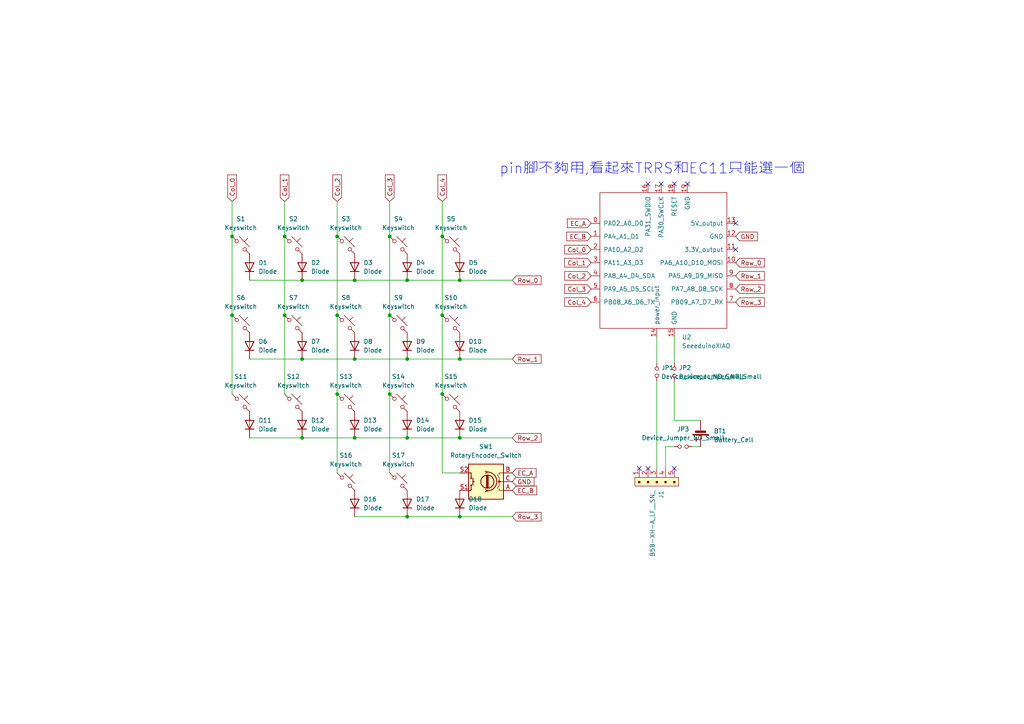
<source format=kicad_sch>
(kicad_sch (version 20230121) (generator eeschema)
  (paper "A4")
  (lib_symbols
    (symbol "Device:Battery_Cell" (pin_numbers hide) (pin_names (offset 0) hide)
      (property "Reference" "BT" (at 2.54 2.54 0))
      (property "Value" "Battery_Cell" (at 2.54 0 0))
      (symbol "Battery_Cell_0_1"
        (rectangle (start -2.286 1.778) (end 2.286 1.524) (fill (type outline)))
        (rectangle (start -1.524 1.016) (end 1.524 0.508) (fill (type outline)))
        (polyline (pts (xy 0 0.762) (xy 0 0)))
        (polyline (pts (xy 0 1.778) (xy 0 2.54)))
        (polyline (pts (xy 0.762 3.048) (xy 1.778 3.048)) (stroke (width 0.254)))
        (polyline (pts (xy 1.27 3.556) (xy 1.27 2.54)) (stroke (width 0.254)))
      )
      (symbol "Battery_Cell_1_1"
        (pin passive line (at 0 5.08 270) (length 2.54) (name "+") (number "1"))
        (pin passive line (at 0 -2.54 90) (length 2.54) (name "-") (number "2"))
      )
    )
    (symbol "Device:RotaryEncoder_Switch" (pin_names (offset 0.254) hide)
      (property "Reference" "SW" (at 0 6.604 0))
      (property "Value" "RotaryEncoder_Switch" (at 0 -6.604 0))
      (symbol "RotaryEncoder_Switch_0_1"
        (rectangle (start -5.08 5.08) (end 5.08 -5.08) (stroke (width 0.254)) (fill (type background)))
        (circle (center -3.81 0) (radius 0.254) (fill (type outline)))
        (circle (center -0.381 0) (radius 1.905) (stroke (width 0.254)))
        (arc (start -0.381 2.667) (mid -3.0988 -0.0635) (end -0.381 -2.794) (stroke (width 0.254)))
        (polyline (pts (xy -0.635 -1.778) (xy -0.635 1.778)) (stroke (width 0.254)))
        (polyline (pts (xy -0.381 -1.778) (xy -0.381 1.778)) (stroke (width 0.254)))
        (polyline (pts (xy -0.127 1.778) (xy -0.127 -1.778)) (stroke (width 0.254)))
        (polyline (pts (xy 3.81 0) (xy 3.429 0)) (stroke (width 0.254)))
        (polyline (pts (xy 3.81 1.016) (xy 3.81 -1.016)) (stroke (width 0.254)))
        (polyline (pts (xy -5.08 -2.54) (xy -3.81 -2.54) (xy -3.81 -2.032)))
        (polyline (pts (xy -5.08 2.54) (xy -3.81 2.54) (xy -3.81 2.032)))
        (polyline (pts (xy 0.254 -3.048) (xy -0.508 -2.794) (xy 0.127 -2.413)) (stroke (width 0.254)))
        (polyline (pts (xy 0.254 2.921) (xy -0.508 2.667) (xy 0.127 2.286)) (stroke (width 0.254)))
        (polyline (pts (xy 5.08 -2.54) (xy 4.318 -2.54) (xy 4.318 -1.016)) (stroke (width 0.254)))
        (polyline (pts (xy 5.08 2.54) (xy 4.318 2.54) (xy 4.318 1.016)) (stroke (width 0.254)))
        (polyline (pts (xy -5.08 0) (xy -3.81 0) (xy -3.81 -1.016) (xy -3.302 -2.032)))
        (polyline (pts (xy -4.318 0) (xy -3.81 0) (xy -3.81 1.016) (xy -3.302 2.032)))
        (circle (center 4.318 -1.016) (radius 0.127) (stroke (width 0.254)))
        (circle (center 4.318 1.016) (radius 0.127) (stroke (width 0.254)))
      )
      (symbol "RotaryEncoder_Switch_1_1"
        (pin passive line (at -7.62 2.54 0) (length 2.54) (name "A") (number "A"))
        (pin passive line (at -7.62 -2.54 0) (length 2.54) (name "B") (number "B"))
        (pin passive line (at -7.62 0 0) (length 2.54) (name "C") (number "C"))
        (pin passive line (at 7.62 2.54 180) (length 2.54) (name "S1") (number "S1"))
        (pin passive line (at 7.62 -2.54 180) (length 2.54) (name "S2") (number "S2"))
      )
    )
    (symbol "KLOTZ:Device_Jumper_NO_Small" (pin_numbers hide) (pin_names (offset 0.762) hide)
      (property "Reference" "JP" (at 0 2.032 0))
      (property "Value" "Device_Jumper_NO_Small" (at 0.254 -1.524 0))
      (symbol "Device_Jumper_NO_Small_0_1"
        (circle (center -1.016 0) (radius 0.508))
        (circle (center 1.016 0) (radius 0.508))
        (pin passive line (at -2.54 0 0) (length 1.016) (name "1") (number "1"))
        (pin passive line (at 2.54 0 180) (length 1.016) (name "2") (number "2"))
      )
    )
    (symbol "Scottokeeb:Placeholder_Diode" (pin_numbers hide) (pin_names hide)
      (property "Reference" "D" (at 0 2.54 0))
      (property "Value" "Diode" (at 0 -2.54 0))
      (symbol "Placeholder_Diode_0_1"
        (polyline (pts (xy -1.27 1.27) (xy -1.27 -1.27)) (stroke (width 0.254)))
        (polyline (pts (xy 1.27 0) (xy -1.27 0)))
        (polyline (pts (xy 1.27 1.27) (xy 1.27 -1.27) (xy -1.27 0) (xy 1.27 1.27)) (stroke (width 0.254)))
      )
      (symbol "Placeholder_Diode_1_1"
        (pin passive line (at -3.81 0 0) (length 2.54) (name "K") (number "1"))
        (pin passive line (at 3.81 0 180) (length 2.54) (name "A") (number "2"))
      )
    )
    (symbol "Scottokeeb:Placeholder_Keyswitch" (pin_numbers hide) (pin_names (offset 1.016) hide)
      (property "Reference" "S" (at 3.048 1.016 0))
      (property "Value" "Keyswitch" (at 0 -3.81 0))
      (symbol "Placeholder_Keyswitch_0_1"
        (circle (center -1.1684 1.1684) (radius 0.508))
        (polyline (pts (xy -0.508 2.54) (xy 2.54 -0.508)))
        (polyline (pts (xy 1.016 1.016) (xy 2.032 2.032)))
        (polyline (pts (xy -2.54 2.54) (xy -1.524 1.524) (xy -1.524 1.524)))
        (polyline (pts (xy 1.524 -1.524) (xy 2.54 -2.54) (xy 2.54 -2.54) (xy 2.54 -2.54)))
        (circle (center 1.143 -1.1938) (radius 0.508))
        (pin passive line (at -2.54 2.54 0) (length 0) (name "1") (number "1"))
        (pin passive line (at 2.54 -2.54 180) (length 0) (name "2") (number "2"))
      )
    )
    (symbol "Seeeduino XIAO:SeeeduinoXIAO" (pin_names (offset 1.016))
      (property "Reference" "U" (at -19.05 22.86 0))
      (property "Value" "SeeeduinoXIAO" (at -12.7 21.59 0))
      (symbol "SeeeduinoXIAO_0_1"
        (rectangle (start -19.05 20.32) (end 17.78 -19.05))
      )
      (symbol "SeeeduinoXIAO_1_1"
        (pin bidirectional line (at -21.59 11.43 0) (length 2.54) (name "PA02_A0_D0") (number "0"))
        (pin bidirectional line (at -21.59 7.62 0) (length 2.54) (name "PA4_A1_D1") (number "1"))
        (pin bidirectional line (at 20.32 0 180) (length 2.54) (name "PA6_A10_D10_MOSI") (number "10"))
        (pin power_out line (at 20.32 3.81 180) (length 2.54) (name "3.3V_output") (number "11"))
        (pin power_out line (at 20.32 7.62 180) (length 2.54) (name "GND") (number "12"))
        (pin power_out line (at 20.32 11.43 180) (length 2.54) (name "5V_output") (number "13"))
        (pin power_in line (at -2.54 -21.59 90) (length 2.54) (name "power_input") (number "14"))
        (pin power_in line (at 2.54 -21.59 90) (length 2.54) (name "GND") (number "15"))
        (pin bidirectional line (at -5.08 22.86 270) (length 2.54) (name "PA31_SWDIO") (number "16"))
        (pin bidirectional line (at -1.27 22.86 270) (length 2.54) (name "PA30_SWCLK") (number "17"))
        (pin output line (at 2.54 22.86 270) (length 2.54) (name "RESET") (number "18"))
        (pin power_out line (at 6.35 22.86 270) (length 2.54) (name "GND") (number "19"))
        (pin bidirectional line (at -21.59 3.81 0) (length 2.54) (name "PA10_A2_D2") (number "2"))
        (pin bidirectional line (at -21.59 0 0) (length 2.54) (name "PA11_A3_D3") (number "3"))
        (pin bidirectional line (at -21.59 -3.81 0) (length 2.54) (name "PA8_A4_D4_SDA") (number "4"))
        (pin bidirectional line (at -21.59 -7.62 0) (length 2.54) (name "PA9_A5_D5_SCL") (number "5"))
        (pin bidirectional line (at -21.59 -11.43 0) (length 2.54) (name "PB08_A6_D6_TX") (number "6"))
        (pin bidirectional line (at 20.32 -11.43 180) (length 2.54) (name "PB09_A7_D7_RX") (number "7"))
        (pin bidirectional line (at 20.32 -7.62 180) (length 2.54) (name "PA7_A8_D8_SCK") (number "8"))
        (pin bidirectional line (at 20.32 -3.81 180) (length 2.54) (name "PA5_A9_D9_MISO") (number "9"))
      )
    )
    (symbol "dk_Rectangular-Connectors-Headers-Male-Pins:B5B-XH-A_LF__SN_" (pin_names (offset 1.016))
      (property "Reference" "J" (at -2.54 -1.27 0))
      (property "Value" "B5B-XH-A_LF__SN_" (at 5.08 -3.81 0))
      (symbol "B5B-XH-A_LF__SN__1_1"
        (rectangle (start -1.27 0) (end 11.43 -2.54) (fill (type background)))
        (rectangle (start -0.254 -1.143) (end 0.254 -1.651) (fill (type outline)))
        (rectangle (start 2.286 -1.143) (end 2.794 -1.651) (fill (type outline)))
        (rectangle (start 4.826 -1.143) (end 5.334 -1.651) (fill (type outline)))
        (rectangle (start 7.366 -1.143) (end 7.874 -1.651) (fill (type outline)))
        (rectangle (start 9.906 -1.143) (end 10.414 -1.651) (fill (type outline)))
        (pin passive line (at 0 2.54 270) (length 2.54) (name "~") (number "1"))
        (pin passive line (at 2.54 2.54 270) (length 2.54) (name "~") (number "2"))
        (pin passive line (at 5.08 2.54 270) (length 2.54) (name "~") (number "3"))
        (pin passive line (at 7.62 2.54 270) (length 2.54) (name "~") (number "4"))
        (pin passive line (at 10.16 2.54 270) (length 2.54) (name "~") (number "5"))
      )
    )
  )
  (junction (at 128.27 114.3))
  (junction (at 133.35 149.86))
  (junction (at 118.11 149.86))
  (junction (at 87.63 81.28))
  (junction (at 118.11 127))
  (junction (at 118.11 104.14))
  (junction (at 67.31 68.58))
  (junction (at 82.55 68.58))
  (junction (at 128.27 68.58))
  (junction (at 133.35 104.14))
  (junction (at 87.63 104.14))
  (junction (at 87.63 127))
  (junction (at 133.35 127))
  (junction (at 128.27 91.44))
  (junction (at 113.03 114.3))
  (junction (at 97.79 68.58))
  (junction (at 102.87 127))
  (junction (at 102.87 81.28))
  (junction (at 133.35 81.28))
  (junction (at 97.79 114.3))
  (junction (at 113.03 68.58))
  (junction (at 82.55 91.44))
  (junction (at 67.31 91.44))
  (junction (at 97.79 91.44))
  (junction (at 113.03 91.44))
  (junction (at 118.11 81.28))
  (junction (at 102.87 104.14))
  (no_connect (at 187.96 135.89))
  (no_connect (at 195.58 53.34))
  (no_connect (at 213.36 64.77))
  (no_connect (at 195.58 135.89))
  (no_connect (at 191.77 53.34))
  (no_connect (at 185.42 135.89))
  (no_connect (at 187.96 53.34))
  (no_connect (at 213.36 72.39))
  (no_connect (at 199.39 53.34))
  (wire (pts (xy 97.79 114.3) (xy 97.79 137.16)))
  (wire (pts (xy 102.87 81.28) (xy 118.11 81.28)))
  (wire (pts (xy 133.35 127) (xy 148.59 127)))
  (wire (pts (xy 72.39 127) (xy 87.63 127)))
  (wire (pts (xy 97.79 68.58) (xy 97.79 91.44)))
  (wire (pts (xy 128.27 137.16) (xy 128.27 114.3)))
  (wire (pts (xy 97.79 58.42) (xy 97.79 68.58)))
  (wire (pts (xy 195.58 129.54) (xy 193.04 129.54)))
  (wire (pts (xy 133.35 137.16) (xy 128.27 137.16)))
  (wire (pts (xy 118.11 127) (xy 133.35 127)))
  (wire (pts (xy 195.58 97.79) (xy 195.58 105.41)))
  (wire (pts (xy 87.63 127) (xy 102.87 127)))
  (wire (pts (xy 67.31 58.42) (xy 67.31 68.58)))
  (wire (pts (xy 87.63 104.14) (xy 102.87 104.14)))
  (wire (pts (xy 203.2 129.54) (xy 200.66 129.54)))
  (wire (pts (xy 102.87 127) (xy 118.11 127)))
  (wire (pts (xy 133.35 149.86) (xy 148.59 149.86)))
  (wire (pts (xy 133.35 81.28) (xy 148.59 81.28)))
  (wire (pts (xy 102.87 104.14) (xy 118.11 104.14)))
  (wire (pts (xy 118.11 149.86) (xy 133.35 149.86)))
  (wire (pts (xy 102.87 149.86) (xy 118.11 149.86)))
  (wire (pts (xy 113.03 68.58) (xy 113.03 91.44)))
  (wire (pts (xy 128.27 68.58) (xy 128.27 91.44)))
  (wire (pts (xy 113.03 114.3) (xy 113.03 137.16)))
  (wire (pts (xy 190.5 110.49) (xy 190.5 135.89)))
  (wire (pts (xy 113.03 58.42) (xy 113.03 68.58)))
  (wire (pts (xy 190.5 97.79) (xy 190.5 105.41)))
  (wire (pts (xy 113.03 91.44) (xy 113.03 114.3)))
  (wire (pts (xy 82.55 91.44) (xy 82.55 114.3)))
  (wire (pts (xy 118.11 81.28) (xy 133.35 81.28)))
  (wire (pts (xy 195.58 110.49) (xy 195.58 121.92)))
  (wire (pts (xy 82.55 68.58) (xy 82.55 91.44)))
  (wire (pts (xy 118.11 104.14) (xy 133.35 104.14)))
  (wire (pts (xy 67.31 91.44) (xy 67.31 114.3)))
  (wire (pts (xy 67.31 68.58) (xy 67.31 91.44)))
  (wire (pts (xy 72.39 104.14) (xy 87.63 104.14)))
  (wire (pts (xy 97.79 91.44) (xy 97.79 114.3)))
  (wire (pts (xy 87.63 81.28) (xy 102.87 81.28)))
  (wire (pts (xy 128.27 91.44) (xy 128.27 114.3)))
  (wire (pts (xy 72.39 81.28) (xy 87.63 81.28)))
  (wire (pts (xy 82.55 58.42) (xy 82.55 68.58)))
  (wire (pts (xy 133.35 104.14) (xy 148.59 104.14)))
  (wire (pts (xy 128.27 58.42) (xy 128.27 68.58)))
  (wire (pts (xy 195.58 121.92) (xy 203.2 121.92)))
  (wire (pts (xy 193.04 129.54) (xy 193.04 135.89)))
  (text "pin腳不夠用,看起來TRRS和EC11只能選一個" (at 144.78 50.8 0) (effects (font (size 3 3)) (justify left bottom)))
  (global_label "Row_2" (shape input) (at 213.36 83.82 0) (property "Intersheetrefs" "${INTERSHEET_REFS}" (effects hide)))
  (global_label "EC_B" (shape input) (at 148.59 142.24 0) (property "Intersheetrefs" "${INTERSHEET_REFS}" (effects hide)))
  (global_label "EC_A" (shape input) (at 148.59 137.16 0) (property "Intersheetrefs" "${INTERSHEET_REFS}" (effects hide)))
  (global_label "Col_1" (shape input) (at 171.45 76.2 180) (property "Intersheetrefs" "${INTERSHEET_REFS}" (effects hide)))
  (global_label "Row_3" (shape input) (at 148.59 149.86 0) (property "Intersheetrefs" "${INTERSHEET_REFS}" (effects hide)))
  (global_label "Col_3" (shape input) (at 171.45 83.82 180) (property "Intersheetrefs" "${INTERSHEET_REFS}" (effects hide)))
  (global_label "Col_4" (shape input) (at 171.45 87.63 180) (property "Intersheetrefs" "${INTERSHEET_REFS}" (effects hide)))
  (global_label "Col_1" (shape input) (at 82.55 58.42 90) (property "Intersheetrefs" "${INTERSHEET_REFS}" (effects hide)))
  (global_label "GND" (shape input) (at 213.36 68.58 0) (property "Intersheetrefs" "${INTERSHEET_REFS}" (effects hide)))
  (global_label "Col_3" (shape input) (at 113.03 58.42 90) (property "Intersheetrefs" "${INTERSHEET_REFS}" (effects hide)))
  (global_label "Row_1" (shape input) (at 148.59 104.14 0) (property "Intersheetrefs" "${INTERSHEET_REFS}" (effects hide)))
  (global_label "Row_3" (shape input) (at 213.36 87.63 0) (property "Intersheetrefs" "${INTERSHEET_REFS}" (effects hide)))
  (global_label "Row_0" (shape input) (at 213.36 76.2 0) (property "Intersheetrefs" "${INTERSHEET_REFS}" (effects hide)))
  (global_label "Row_1" (shape input) (at 213.36 80.01 0) (property "Intersheetrefs" "${INTERSHEET_REFS}" (effects hide)))
  (global_label "EC_A" (shape input) (at 171.45 64.77 180) (property "Intersheetrefs" "${INTERSHEET_REFS}" (effects hide)))
  (global_label "EC_B" (shape input) (at 171.45 68.58 180) (property "Intersheetrefs" "${INTERSHEET_REFS}" (effects hide)))
  (global_label "Col_2" (shape input) (at 97.79 58.42 90) (property "Intersheetrefs" "${INTERSHEET_REFS}" (effects hide)))
  (global_label "Col_0" (shape input) (at 67.31 58.42 90) (property "Intersheetrefs" "${INTERSHEET_REFS}" (effects hide)))
  (global_label "Col_4" (shape input) (at 128.27 58.42 90) (property "Intersheetrefs" "${INTERSHEET_REFS}" (effects hide)))
  (global_label "GND" (shape input) (at 148.59 139.7 0) (property "Intersheetrefs" "${INTERSHEET_REFS}" (effects hide)))
  (global_label "Col_0" (shape input) (at 171.45 72.39 180) (property "Intersheetrefs" "${INTERSHEET_REFS}" (effects hide)))
  (global_label "Row_0" (shape input) (at 148.59 81.28 0) (property "Intersheetrefs" "${INTERSHEET_REFS}" (effects hide)))
  (global_label "Col_2" (shape input) (at 171.45 80.01 180) (property "Intersheetrefs" "${INTERSHEET_REFS}" (effects hide)))
  (global_label "Row_2" (shape input) (at 148.59 127 0) (property "Intersheetrefs" "${INTERSHEET_REFS}" (effects hide)))
  (symbol (lib_id "Scottokeeb:Placeholder_Diode") (at 118.11 100.33 90) (unit 1)
    (property "Reference" "D9" (at 120.65 99.06 90) (effects (justify right)))
    (property "Value" "Diode" (at 120.65 101.6 90) (effects (justify right)))
    (property "Footprint" "custom_components:Compatible_diode_TH_SMD" (effects hide))
    (property "Sim.Device" "D" (effects hide))
    (property "Sim.Pins" "1=K 2=A" (effects hide))
  )
  (symbol (lib_id "Seeeduino XIAO:SeeeduinoXIAO") (at 193.04 76.2 0) (unit 1)
    (property "Reference" "U2" (at 197.7741 97.79 0) (effects (justify left)))
    (property "Value" "SeeeduinoXIAO" (at 197.7741 100.33 0) (effects (justify left)))
    (property "Footprint" "custom_components:Xiao_nrf52840_BLE" (effects hide))
  )
  (symbol (lib_id "Scottokeeb:Placeholder_Keyswitch") (at 115.57 71.12 0) (unit 1)
    (property "Reference" "S4" (at 115.57 63.5 0))
    (property "Value" "Keyswitch" (at 115.57 66.04 0))
    (property "Footprint" "KLOTZ:Kailh_socket_PG1350_optional_reversible" (effects hide))
  )
  (symbol (lib_id "Scottokeeb:Placeholder_Keyswitch") (at 100.33 139.7 0) (unit 1)
    (property "Reference" "S16" (at 100.33 132.08 0))
    (property "Value" "Keyswitch" (at 100.33 134.62 0))
    (property "Footprint" "KLOTZ:Kailh_socket_PG1350_optional_reversible" (effects hide))
  )
  (symbol (lib_id "Scottokeeb:Placeholder_Diode") (at 118.11 146.05 90) (unit 1)
    (property "Reference" "D17" (at 120.65 144.78 90) (effects (justify right)))
    (property "Value" "Diode" (at 120.65 147.32 90) (effects (justify right)))
    (property "Footprint" "custom_components:Compatible_diode_TH_SMD" (effects hide))
    (property "Sim.Device" "D" (effects hide))
    (property "Sim.Pins" "1=K 2=A" (effects hide))
  )
  (symbol (lib_id "Scottokeeb:Placeholder_Diode") (at 133.35 77.47 90) (unit 1)
    (property "Reference" "D5" (at 135.89 76.2 90) (effects (justify right)))
    (property "Value" "Diode" (at 135.89 78.74 90) (effects (justify right)))
    (property "Footprint" "custom_components:Compatible_diode_TH_SMD" (effects hide))
    (property "Sim.Device" "D" (effects hide))
    (property "Sim.Pins" "1=K 2=A" (effects hide))
  )
  (symbol (lib_id "Scottokeeb:Placeholder_Keyswitch") (at 85.09 116.84 0) (unit 1)
    (property "Reference" "S12" (at 85.09 109.22 0))
    (property "Value" "Keyswitch" (at 85.09 111.76 0))
    (property "Footprint" "KLOTZ:Kailh_socket_PG1350_optional_reversible" (effects hide))
  )
  (symbol (lib_id "dk_Rectangular-Connectors-Headers-Male-Pins:B5B-XH-A_LF__SN_") (at 185.42 138.43 0) (unit 1)
    (property "Reference" "J1" (at 191.77 142.24 90) (effects (justify right)))
    (property "Value" "B5B-XH-A_LF__SN_" (at 189.23 142.24 90) (effects (justify right)))
    (property "Footprint" "custom_components:Switch_slide_TH_5P" (effects hide))
    (property "Datasheet" "http://www.jst-mfg.com/product/pdf/eng/eXH.pdf" (effects hide))
    (property "Digi-Key_PN" "455-2270-ND" (effects hide))
    (property "MPN" "B5B-XH-A(LF)(SN)" (effects hide))
    (property "Category" "Connectors, Interconnects" (effects hide))
    (property "Family" "Rectangular Connectors - Headers, Male Pins" (effects hide))
    (property "DK_Datasheet_Link" "http://www.jst-mfg.com/product/pdf/eng/eXH.pdf" (effects hide))
    (property "DK_Detail_Page" "/product-detail/en/jst-sales-america-inc/B5B-XH-A(LF)(SN)/455-2270-ND/1530483" (effects hide))
    (property "Description" "CONN HEADER VERT 5POS 2.5MM" (effects hide))
    (property "Manufacturer" "JST Sales America Inc." (effects hide))
    (property "Status" "Active" (effects hide))
  )
  (symbol (lib_id "Scottokeeb:Placeholder_Keyswitch") (at 85.09 93.98 0) (unit 1)
    (property "Reference" "S7" (at 85.09 86.36 0))
    (property "Value" "Keyswitch" (at 85.09 88.9 0))
    (property "Footprint" "KLOTZ:Kailh_socket_PG1350_optional_reversible" (effects hide))
  )
  (symbol (lib_id "Scottokeeb:Placeholder_Keyswitch") (at 130.81 71.12 0) (unit 1)
    (property "Reference" "S5" (at 130.81 63.5 0))
    (property "Value" "Keyswitch" (at 130.81 66.04 0))
    (property "Footprint" "KLOTZ:Kailh_socket_PG1350_optional_reversible" (effects hide))
  )
  (symbol (lib_id "Scottokeeb:Placeholder_Keyswitch") (at 100.33 116.84 0) (unit 1)
    (property "Reference" "S13" (at 100.33 109.22 0))
    (property "Value" "Keyswitch" (at 100.33 111.76 0))
    (property "Footprint" "KLOTZ:Kailh_socket_PG1350_optional_reversible" (effects hide))
  )
  (symbol (lib_id "KLOTZ:Device_Jumper_NO_Small") (at 195.58 107.95 90) (unit 1)
    (property "Reference" "JP2" (at 196.85 106.68 90) (effects (justify right)))
    (property "Value" "Device_Jumper_NO_Small" (at 196.85 109.22 90) (effects (justify right)))
    (property "Footprint" "custom_components:link_pad" (effects hide))
  )
  (symbol (lib_id "Scottokeeb:Placeholder_Diode") (at 87.63 77.47 90) (unit 1)
    (property "Reference" "D2" (at 90.17 76.2 90) (effects (justify right)))
    (property "Value" "Diode" (at 90.17 78.74 90) (effects (justify right)))
    (property "Footprint" "custom_components:Compatible_diode_TH_SMD" (effects hide))
    (property "Sim.Device" "D" (effects hide))
    (property "Sim.Pins" "1=K 2=A" (effects hide))
  )
  (symbol (lib_id "Scottokeeb:Placeholder_Diode") (at 102.87 123.19 90) (unit 1)
    (property "Reference" "D13" (at 105.41 121.92 90) (effects (justify right)))
    (property "Value" "Diode" (at 105.41 124.46 90) (effects (justify right)))
    (property "Footprint" "custom_components:Compatible_diode_TH_SMD" (effects hide))
    (property "Sim.Device" "D" (effects hide))
    (property "Sim.Pins" "1=K 2=A" (effects hide))
  )
  (symbol (lib_id "Scottokeeb:Placeholder_Diode") (at 118.11 123.19 90) (unit 1)
    (property "Reference" "D14" (at 120.65 121.92 90) (effects (justify right)))
    (property "Value" "Diode" (at 120.65 124.46 90) (effects (justify right)))
    (property "Footprint" "custom_components:Compatible_diode_TH_SMD" (effects hide))
    (property "Sim.Device" "D" (effects hide))
    (property "Sim.Pins" "1=K 2=A" (effects hide))
  )
  (symbol (lib_id "KLOTZ:Device_Jumper_NO_Small") (at 190.5 107.95 90) (unit 1)
    (property "Reference" "JP1" (at 191.77 106.68 90) (effects (justify right)))
    (property "Value" "Device_Jumper_NO_Small" (at 191.77 109.22 90) (effects (justify right)))
    (property "Footprint" "custom_components:link_pad" (effects hide))
  )
  (symbol (lib_id "Scottokeeb:Placeholder_Diode") (at 133.35 100.33 90) (unit 1)
    (property "Reference" "D10" (at 135.89 99.06 90) (effects (justify right)))
    (property "Value" "Diode" (at 135.89 101.6 90) (effects (justify right)))
    (property "Footprint" "custom_components:Compatible_diode_TH_SMD" (effects hide))
    (property "Sim.Device" "D" (effects hide))
    (property "Sim.Pins" "1=K 2=A" (effects hide))
  )
  (symbol (lib_id "Scottokeeb:Placeholder_Keyswitch") (at 100.33 71.12 0) (unit 1)
    (property "Reference" "S3" (at 100.33 63.5 0))
    (property "Value" "Keyswitch" (at 100.33 66.04 0))
    (property "Footprint" "KLOTZ:Kailh_socket_PG1350_optional_reversible" (effects hide))
  )
  (symbol (lib_id "Scottokeeb:Placeholder_Keyswitch") (at 69.85 93.98 0) (unit 1)
    (property "Reference" "S6" (at 69.85 86.36 0))
    (property "Value" "Keyswitch" (at 69.85 88.9 0))
    (property "Footprint" "KLOTZ:Kailh_socket_PG1350_optional_reversible" (effects hide))
  )
  (symbol (lib_id "Scottokeeb:Placeholder_Keyswitch") (at 115.57 93.98 0) (unit 1)
    (property "Reference" "S9" (at 115.57 86.36 0))
    (property "Value" "Keyswitch" (at 115.57 88.9 0))
    (property "Footprint" "KLOTZ:Kailh_socket_PG1350_optional_reversible" (effects hide))
  )
  (symbol (lib_id "Scottokeeb:Placeholder_Diode") (at 118.11 77.47 90) (unit 1)
    (property "Reference" "D4" (at 120.65 76.2 90) (effects (justify right)))
    (property "Value" "Diode" (at 120.65 78.74 90) (effects (justify right)))
    (property "Footprint" "custom_components:Compatible_diode_TH_SMD" (effects hide))
    (property "Sim.Device" "D" (effects hide))
    (property "Sim.Pins" "1=K 2=A" (effects hide))
  )
  (symbol (lib_id "Scottokeeb:Placeholder_Keyswitch") (at 69.85 116.84 0) (unit 1)
    (property "Reference" "S11" (at 69.85 109.22 0))
    (property "Value" "Keyswitch" (at 69.85 111.76 0))
    (property "Footprint" "KLOTZ:Kailh_socket_PG1350_optional_reversible" (effects hide))
  )
  (symbol (lib_id "Scottokeeb:Placeholder_Diode") (at 133.35 123.19 90) (unit 1)
    (property "Reference" "D15" (at 135.89 121.92 90) (effects (justify right)))
    (property "Value" "Diode" (at 135.89 124.46 90) (effects (justify right)))
    (property "Footprint" "custom_components:Compatible_diode_TH_SMD" (effects hide))
    (property "Sim.Device" "D" (effects hide))
    (property "Sim.Pins" "1=K 2=A" (effects hide))
  )
  (symbol (lib_id "Scottokeeb:Placeholder_Keyswitch") (at 100.33 93.98 0) (unit 1)
    (property "Reference" "S8" (at 100.33 86.36 0))
    (property "Value" "Keyswitch" (at 100.33 88.9 0))
    (property "Footprint" "KLOTZ:Kailh_socket_PG1350_optional_reversible" (effects hide))
  )
  (symbol (lib_id "Scottokeeb:Placeholder_Diode") (at 72.39 123.19 90) (unit 1)
    (property "Reference" "D11" (at 74.93 121.92 90) (effects (justify right)))
    (property "Value" "Diode" (at 74.93 124.46 90) (effects (justify right)))
    (property "Footprint" "custom_components:Compatible_diode_TH_SMD" (effects hide))
    (property "Sim.Device" "D" (effects hide))
    (property "Sim.Pins" "1=K 2=A" (effects hide))
  )
  (symbol (lib_id "KLOTZ:Device_Jumper_NO_Small") (at 198.12 129.54 0) (unit 1)
    (property "Reference" "JP3" (at 198.12 124.46 0))
    (property "Value" "Device_Jumper_NO_Small" (at 198.12 127 0))
    (property "Footprint" "custom_components:link_pad" (effects hide))
  )
  (symbol (lib_id "Scottokeeb:Placeholder_Keyswitch") (at 115.57 139.7 0) (unit 1)
    (property "Reference" "S17" (at 115.57 132.08 0))
    (property "Value" "Keyswitch" (at 115.57 134.62 0))
    (property "Footprint" "KLOTZ:Kailh_socket_PG1350_optional_reversible" (effects hide))
  )
  (symbol (lib_id "Scottokeeb:Placeholder_Keyswitch") (at 69.85 71.12 0) (unit 1)
    (property "Reference" "S1" (at 69.85 63.5 0))
    (property "Value" "Keyswitch" (at 69.85 66.04 0))
    (property "Footprint" "KLOTZ:Kailh_socket_PG1350_optional_reversible" (effects hide))
  )
  (symbol (lib_id "Device:Battery_Cell") (at 203.2 124.46 180) (unit 1)
    (property "Reference" "BT1" (at 207.01 125.0315 0) (effects (justify right)))
    (property "Value" "Battery_Cell" (at 207.01 127.5715 0) (effects (justify right)))
    (property "Footprint" "KLOTZ:JST_PH_reversible" (effects hide))
  )
  (symbol (lib_id "Scottokeeb:Placeholder_Diode") (at 102.87 146.05 90) (unit 1)
    (property "Reference" "D16" (at 105.41 144.78 90) (effects (justify right)))
    (property "Value" "Diode" (at 105.41 147.32 90) (effects (justify right)))
    (property "Footprint" "custom_components:Compatible_diode_TH_SMD" (effects hide))
    (property "Sim.Device" "D" (effects hide))
    (property "Sim.Pins" "1=K 2=A" (effects hide))
  )
  (symbol (lib_id "Scottokeeb:Placeholder_Diode") (at 87.63 123.19 90) (unit 1)
    (property "Reference" "D12" (at 90.17 121.92 90) (effects (justify right)))
    (property "Value" "Diode" (at 90.17 124.46 90) (effects (justify right)))
    (property "Footprint" "custom_components:Compatible_diode_TH_SMD" (effects hide))
    (property "Sim.Device" "D" (effects hide))
    (property "Sim.Pins" "1=K 2=A" (effects hide))
  )
  (symbol (lib_id "Scottokeeb:Placeholder_Keyswitch") (at 115.57 116.84 0) (unit 1)
    (property "Reference" "S14" (at 115.57 109.22 0))
    (property "Value" "Keyswitch" (at 115.57 111.76 0))
    (property "Footprint" "KLOTZ:Kailh_socket_PG1350_optional_reversible" (effects hide))
  )
  (symbol (lib_id "Scottokeeb:Placeholder_Keyswitch") (at 85.09 71.12 0) (unit 1)
    (property "Reference" "S2" (at 85.09 63.5 0))
    (property "Value" "Keyswitch" (at 85.09 66.04 0))
    (property "Footprint" "KLOTZ:Kailh_socket_PG1350_optional_reversible" (effects hide))
  )
  (symbol (lib_id "Scottokeeb:Placeholder_Diode") (at 102.87 100.33 90) (unit 1)
    (property "Reference" "D8" (at 105.41 99.06 90) (effects (justify right)))
    (property "Value" "Diode" (at 105.41 101.6 90) (effects (justify right)))
    (property "Footprint" "custom_components:Compatible_diode_TH_SMD" (effects hide))
    (property "Sim.Device" "D" (effects hide))
    (property "Sim.Pins" "1=K 2=A" (effects hide))
  )
  (symbol (lib_id "Scottokeeb:Placeholder_Diode") (at 72.39 77.47 90) (unit 1)
    (property "Reference" "D1" (at 74.93 76.2 90) (effects (justify right)))
    (property "Value" "Diode" (at 74.93 78.74 90) (effects (justify right)))
    (property "Footprint" "custom_components:Compatible_diode_TH_SMD" (effects hide))
    (property "Sim.Device" "D" (effects hide))
    (property "Sim.Pins" "1=K 2=A" (effects hide))
  )
  (symbol (lib_id "Scottokeeb:Placeholder_Diode") (at 87.63 100.33 90) (unit 1)
    (property "Reference" "D7" (at 90.17 99.06 90) (effects (justify right)))
    (property "Value" "Diode" (at 90.17 101.6 90) (effects (justify right)))
    (property "Footprint" "custom_components:Compatible_diode_TH_SMD" (effects hide))
    (property "Sim.Device" "D" (effects hide))
    (property "Sim.Pins" "1=K 2=A" (effects hide))
  )
  (symbol (lib_id "Scottokeeb:Placeholder_Diode") (at 72.39 100.33 90) (unit 1)
    (property "Reference" "D6" (at 74.93 99.06 90) (effects (justify right)))
    (property "Value" "Diode" (at 74.93 101.6 90) (effects (justify right)))
    (property "Footprint" "custom_components:Compatible_diode_TH_SMD" (effects hide))
    (property "Sim.Device" "D" (effects hide))
    (property "Sim.Pins" "1=K 2=A" (effects hide))
  )
  (symbol (lib_id "Device:RotaryEncoder_Switch") (at 140.97 139.7 180) (unit 1)
    (property "Reference" "SW1" (at 140.97 129.54 0))
    (property "Value" "RotaryEncoder_Switch" (at 140.97 132.08 0))
    (property "Footprint" "Rotary_Encoder:RotaryEncoder_Alps_EC11E-Switch_Vertical_H20mm" (effects hide))
  )
  (symbol (lib_id "Scottokeeb:Placeholder_Diode") (at 133.35 146.05 90) (unit 1)
    (property "Reference" "D18" (at 135.89 144.78 90) (effects (justify right)))
    (property "Value" "Diode" (at 135.89 147.32 90) (effects (justify right)))
    (property "Footprint" "custom_components:Compatible_diode_TH_SMD" (effects hide))
    (property "Sim.Device" "D" (effects hide))
    (property "Sim.Pins" "1=K 2=A" (effects hide))
  )
  (symbol (lib_id "Scottokeeb:Placeholder_Diode") (at 102.87 77.47 90) (unit 1)
    (property "Reference" "D3" (at 105.41 76.2 90) (effects (justify right)))
    (property "Value" "Diode" (at 105.41 78.74 90) (effects (justify right)))
    (property "Footprint" "custom_components:Compatible_diode_TH_SMD" (effects hide))
    (property "Sim.Device" "D" (effects hide))
    (property "Sim.Pins" "1=K 2=A" (effects hide))
  )
  (symbol (lib_id "Scottokeeb:Placeholder_Keyswitch") (at 130.81 116.84 0) (unit 1)
    (property "Reference" "S15" (at 130.81 109.22 0))
    (property "Value" "Keyswitch" (at 130.81 111.76 0))
    (property "Footprint" "KLOTZ:Kailh_socket_PG1350_optional_reversible" (effects hide))
  )
  (symbol (lib_id "Scottokeeb:Placeholder_Keyswitch") (at 130.81 93.98 0) (unit 1)
    (property "Reference" "S10" (at 130.81 86.36 0))
    (property "Value" "Keyswitch" (at 130.81 88.9 0))
    (property "Footprint" "KLOTZ:Kailh_socket_PG1350_optional_reversible" (effects hide))
  )
)
</source>
